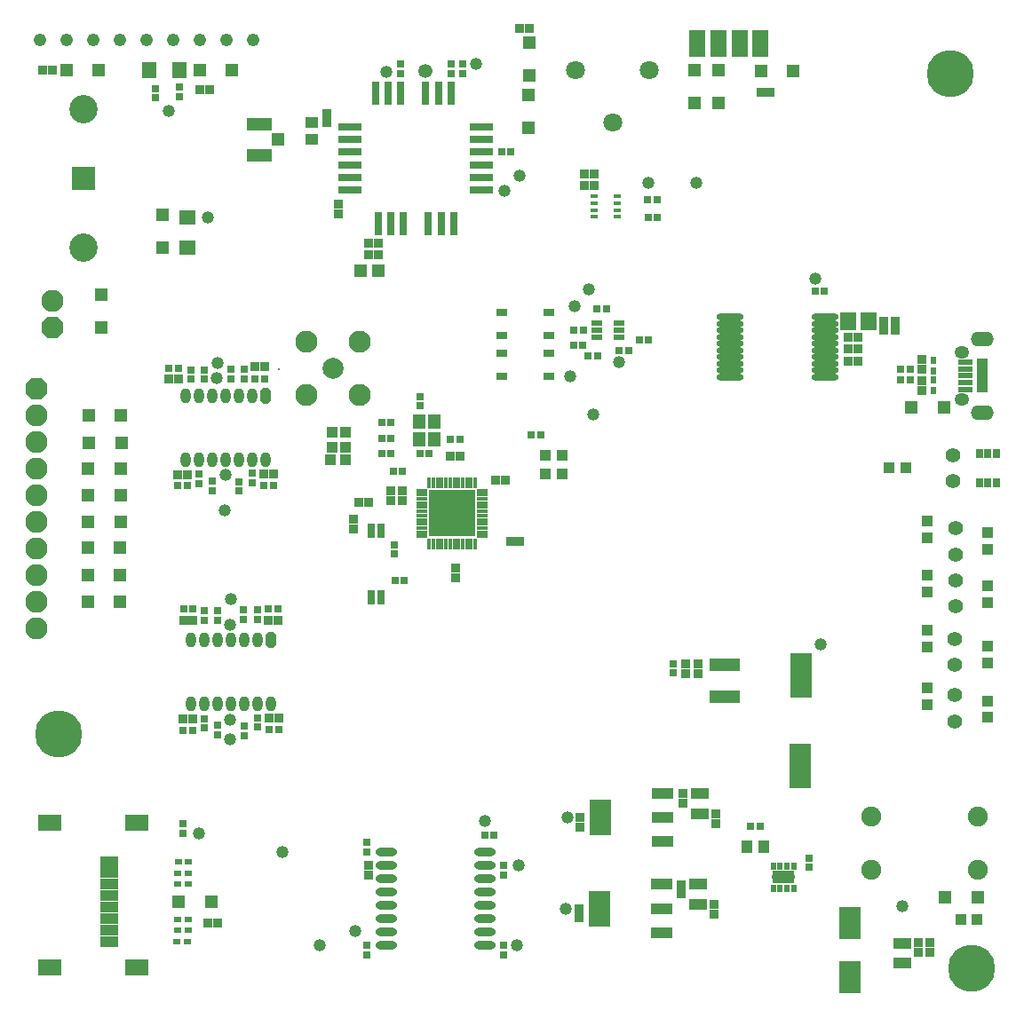
<source format=gts>
G04*
G04 #@! TF.GenerationSoftware,Altium Limited,Altium Designer,19.1.5 (86)*
G04*
G04 Layer_Color=8388736*
%FSLAX25Y25*%
%MOIN*%
G70*
G01*
G75*
%ADD19R,0.03937X0.03937*%
%ADD62R,0.03937X0.04331*%
%ADD65R,0.04331X0.03937*%
%ADD69C,0.04687*%
%ADD70C,0.05287*%
%ADD71R,0.03307X0.03307*%
%ADD72R,0.04724X0.04724*%
%ADD73R,0.04724X0.03937*%
%ADD74R,0.03937X0.03937*%
%ADD75R,0.06693X0.04331*%
%ADD76R,0.02756X0.03150*%
%ADD77R,0.03307X0.03307*%
%ADD78R,0.02953X0.02953*%
%ADD79O,0.08071X0.03150*%
%ADD80R,0.08268X0.13386*%
%ADD81R,0.08268X0.04331*%
%ADD82R,0.03937X0.02362*%
%ADD83O,0.10039X0.02559*%
%ADD84R,0.02762X0.01778*%
%ADD85R,0.08661X0.03150*%
%ADD86R,0.03150X0.08661*%
%ADD87R,0.05118X0.05512*%
%ADD88R,0.08268X0.05118*%
%ADD89R,0.02362X0.02756*%
%ADD90R,0.02565X0.03550*%
%ADD91R,0.05518X0.05912*%
G04:AMPARAMS|DCode=92|XSize=57.09mil|YSize=37.4mil|CornerRadius=0mil|HoleSize=0mil|Usage=FLASHONLY|Rotation=270.000|XOffset=0mil|YOffset=0mil|HoleType=Round|Shape=Octagon|*
%AMOCTAGOND92*
4,1,8,-0.00935,-0.02854,0.00935,-0.02854,0.01870,-0.01919,0.01870,0.01919,0.00935,0.02854,-0.00935,0.02854,-0.01870,0.01919,-0.01870,-0.01919,-0.00935,-0.02854,0.0*
%
%ADD92OCTAGOND92*%

%ADD93O,0.03740X0.05709*%
%ADD94O,0.04134X0.01575*%
%ADD95O,0.01575X0.04134*%
%ADD96R,0.17717X0.17717*%
%ADD97R,0.02953X0.02953*%
%ADD98R,0.02756X0.01968*%
%ADD99R,0.01968X0.02756*%
%ADD100R,0.05912X0.05518*%
%ADD101R,0.05847X0.06575*%
%ADD102R,0.06693X0.03937*%
%ADD103R,0.08661X0.06496*%
%ADD104R,0.06306X0.10243*%
%ADD105R,0.04921X0.04724*%
%ADD106R,0.09449X0.04921*%
%ADD107R,0.08274X0.16542*%
%ADD108R,0.11417X0.05118*%
%ADD109R,0.03150X0.02756*%
%ADD110R,0.08274X0.12211*%
%ADD111R,0.04331X0.04528*%
%ADD112R,0.04724X0.05118*%
%ADD113R,0.08622X0.08622*%
%ADD114R,0.04337X0.03156*%
%ADD115R,0.05118X0.04724*%
%ADD116R,0.03150X0.05512*%
%ADD117R,0.05512X0.02362*%
%ADD118R,0.04331X0.12598*%
%ADD119C,0.17717*%
%ADD120P,0.08970X8X112.5*%
%ADD121C,0.08287*%
%ADD122C,0.02756*%
%ADD123C,0.07087*%
%ADD124C,0.07480*%
%ADD125C,0.04803*%
%ADD126C,0.10630*%
%ADD127C,0.08274*%
%ADD128C,0.07880*%
%ADD129O,0.08661X0.05512*%
%ADD130O,0.05512X0.04921*%
%ADD131C,0.00787*%
%ADD132C,0.05472*%
D19*
X211516Y206890D02*
D03*
X205217D02*
D03*
X211417Y199902D02*
D03*
X205118D02*
D03*
X340450Y202300D02*
D03*
X334150D02*
D03*
X367265Y32735D02*
D03*
X360966D02*
D03*
D62*
X124544Y205300D02*
D03*
X130056D02*
D03*
D65*
X125200Y215656D02*
D03*
Y210144D02*
D03*
X130200Y215656D02*
D03*
Y210144D02*
D03*
D69*
X195500Y312000D02*
D03*
X189800Y306500D02*
D03*
X145500Y351100D02*
D03*
X212900Y36600D02*
D03*
X308299Y136122D02*
D03*
X213500Y71000D02*
D03*
X214317Y236811D02*
D03*
X232900Y241900D02*
D03*
X221400Y269400D02*
D03*
X306300Y273400D02*
D03*
X223228Y222342D02*
D03*
X261800Y309300D02*
D03*
X243700D02*
D03*
X63800Y336400D02*
D03*
X179100Y354100D02*
D03*
X78600Y296400D02*
D03*
X86716Y143235D02*
D03*
X87000Y153000D02*
D03*
X86816Y107635D02*
D03*
X84900Y186200D02*
D03*
X82000Y241700D02*
D03*
X81700Y235900D02*
D03*
X85100Y199800D02*
D03*
X133900Y28400D02*
D03*
X195000Y53000D02*
D03*
X120300Y22900D02*
D03*
X182400Y69700D02*
D03*
X75200Y65100D02*
D03*
X194400Y23100D02*
D03*
X106600Y58000D02*
D03*
X338976Y37697D02*
D03*
X86700Y100200D02*
D03*
X216000Y263100D02*
D03*
D70*
X160200Y351500D02*
D03*
D71*
X123000Y331889D02*
D03*
Y335511D02*
D03*
X336442Y253894D02*
D03*
Y257516D02*
D03*
X127400Y297578D02*
D03*
Y301200D02*
D03*
X269116Y68824D02*
D03*
Y72447D02*
D03*
X256716Y76513D02*
D03*
Y80135D02*
D03*
X262600Y125189D02*
D03*
Y128811D02*
D03*
X257939Y125189D02*
D03*
Y128811D02*
D03*
X218200Y67389D02*
D03*
Y71011D02*
D03*
X346500Y231478D02*
D03*
Y235100D02*
D03*
X346400Y242922D02*
D03*
Y239300D02*
D03*
X171600Y161189D02*
D03*
Y164811D02*
D03*
X268616Y34824D02*
D03*
Y38447D02*
D03*
X256016Y42213D02*
D03*
Y45835D02*
D03*
X349472Y20260D02*
D03*
Y23882D02*
D03*
X345127Y20261D02*
D03*
Y23884D02*
D03*
X217816Y33213D02*
D03*
Y36835D02*
D03*
X133069Y179289D02*
D03*
Y182911D02*
D03*
X151317Y193805D02*
D03*
Y190183D02*
D03*
X147000Y193811D02*
D03*
Y190189D02*
D03*
X138700Y49389D02*
D03*
Y53011D02*
D03*
X332161Y253894D02*
D03*
Y257516D02*
D03*
D72*
X142347Y276400D02*
D03*
X135653D02*
D03*
D73*
X117300Y325650D02*
D03*
Y331950D02*
D03*
D74*
X371260Y177953D02*
D03*
Y171653D02*
D03*
Y114862D02*
D03*
Y108563D02*
D03*
Y157972D02*
D03*
Y151673D02*
D03*
Y135335D02*
D03*
Y129035D02*
D03*
X348425Y119685D02*
D03*
Y113386D02*
D03*
Y155807D02*
D03*
Y162106D02*
D03*
Y135039D02*
D03*
Y141339D02*
D03*
Y182382D02*
D03*
Y176083D02*
D03*
D75*
X262416Y45976D02*
D03*
Y38495D02*
D03*
X263016Y79976D02*
D03*
Y72495D02*
D03*
X339016Y16295D02*
D03*
Y23776D02*
D03*
D76*
X243607Y302900D02*
D03*
X246993D02*
D03*
X243707Y296410D02*
D03*
X247093D02*
D03*
X143807Y219200D02*
D03*
X147193D02*
D03*
X148707Y160100D02*
D03*
X152093D02*
D03*
X172993Y212900D02*
D03*
X169607D02*
D03*
X143800Y207700D02*
D03*
X147186D02*
D03*
X143807Y213400D02*
D03*
X147193D02*
D03*
X151393Y201100D02*
D03*
X148007D02*
D03*
D77*
X138789Y282300D02*
D03*
X142411D02*
D03*
X322311Y242500D02*
D03*
X318689D02*
D03*
X289611Y343400D02*
D03*
X285989D02*
D03*
X219778Y308500D02*
D03*
X223400D02*
D03*
X138789Y286600D02*
D03*
X142411D02*
D03*
X101189Y145100D02*
D03*
X104811D02*
D03*
X72955Y145141D02*
D03*
X69333D02*
D03*
X72840Y107917D02*
D03*
X69218D02*
D03*
X99439Y200108D02*
D03*
X103061D02*
D03*
X96189Y240200D02*
D03*
X99811D02*
D03*
X67379Y235555D02*
D03*
X63757D02*
D03*
X70816Y199824D02*
D03*
X67194D02*
D03*
X138711Y189500D02*
D03*
X135089D02*
D03*
X173211Y206800D02*
D03*
X169589D02*
D03*
X195622Y174700D02*
D03*
X192000D02*
D03*
X190022Y197600D02*
D03*
X186400D02*
D03*
X82211Y31400D02*
D03*
X78589D02*
D03*
X101433Y108460D02*
D03*
X105055D02*
D03*
X322311Y247000D02*
D03*
X318689D02*
D03*
X219869Y312826D02*
D03*
X223491D02*
D03*
X79038Y344435D02*
D03*
X75416D02*
D03*
X16589Y351800D02*
D03*
X20211D02*
D03*
X318689Y251500D02*
D03*
X322311D02*
D03*
X199111Y367200D02*
D03*
X195489D02*
D03*
D78*
X67900Y341700D02*
D03*
Y345243D02*
D03*
X58900Y341228D02*
D03*
Y344772D02*
D03*
X174200Y350528D02*
D03*
Y354072D02*
D03*
X253100Y128772D02*
D03*
Y125228D02*
D03*
X150800Y354072D02*
D03*
Y350528D02*
D03*
X169700Y350528D02*
D03*
Y354072D02*
D03*
X80139Y197379D02*
D03*
Y193836D02*
D03*
X189400Y49457D02*
D03*
Y53000D02*
D03*
X138200Y19457D02*
D03*
Y23000D02*
D03*
X69000Y68672D02*
D03*
Y65128D02*
D03*
X189300Y19528D02*
D03*
Y23072D02*
D03*
X138100Y61643D02*
D03*
Y58100D02*
D03*
X304000Y52257D02*
D03*
Y55800D02*
D03*
X91921Y145361D02*
D03*
Y148904D02*
D03*
X77000Y145028D02*
D03*
Y148572D02*
D03*
X82016Y145064D02*
D03*
Y148607D02*
D03*
X77063Y108134D02*
D03*
Y104590D02*
D03*
X82116Y105535D02*
D03*
Y101992D02*
D03*
X95139Y200279D02*
D03*
Y196736D02*
D03*
X90139Y197179D02*
D03*
Y193636D02*
D03*
X92100Y235728D02*
D03*
Y239272D02*
D03*
X87139Y235685D02*
D03*
Y239229D02*
D03*
X72039Y235536D02*
D03*
Y239079D02*
D03*
X77139Y235536D02*
D03*
Y239079D02*
D03*
X75139Y199979D02*
D03*
Y196436D02*
D03*
X97116Y108507D02*
D03*
Y104964D02*
D03*
X92116Y105235D02*
D03*
Y101692D02*
D03*
X97000Y145328D02*
D03*
Y148872D02*
D03*
D79*
X182382Y23051D02*
D03*
Y28051D02*
D03*
Y33051D02*
D03*
Y38051D02*
D03*
Y43051D02*
D03*
Y48051D02*
D03*
Y53051D02*
D03*
Y58051D02*
D03*
X145571Y23051D02*
D03*
Y28051D02*
D03*
Y33051D02*
D03*
Y38051D02*
D03*
Y43051D02*
D03*
Y48051D02*
D03*
Y53051D02*
D03*
Y58051D02*
D03*
D80*
X225303Y36835D02*
D03*
X225803Y71035D02*
D03*
D81*
X248728Y45891D02*
D03*
Y36835D02*
D03*
Y27780D02*
D03*
X249228Y61980D02*
D03*
Y71035D02*
D03*
Y80090D02*
D03*
D82*
X224437Y256594D02*
D03*
Y254035D02*
D03*
Y251476D02*
D03*
X232902D02*
D03*
Y254035D02*
D03*
Y256594D02*
D03*
D83*
X309984Y236485D02*
D03*
Y238985D02*
D03*
Y241485D02*
D03*
Y243985D02*
D03*
Y246485D02*
D03*
Y248985D02*
D03*
Y251485D02*
D03*
Y253985D02*
D03*
Y256485D02*
D03*
Y258985D02*
D03*
X274354Y236485D02*
D03*
Y238985D02*
D03*
Y241485D02*
D03*
Y243985D02*
D03*
Y246485D02*
D03*
Y248985D02*
D03*
Y251485D02*
D03*
Y253985D02*
D03*
Y256485D02*
D03*
Y258985D02*
D03*
D84*
X232007Y296618D02*
D03*
Y299177D02*
D03*
Y301736D02*
D03*
Y304295D02*
D03*
X223542Y296618D02*
D03*
Y299177D02*
D03*
Y301736D02*
D03*
Y304295D02*
D03*
D85*
X131909Y330346D02*
D03*
Y325622D02*
D03*
Y320898D02*
D03*
Y316173D02*
D03*
Y311449D02*
D03*
Y306724D02*
D03*
X181122D02*
D03*
Y311449D02*
D03*
Y316173D02*
D03*
Y320898D02*
D03*
Y325622D02*
D03*
Y330346D02*
D03*
D86*
X170689Y293929D02*
D03*
X165965D02*
D03*
X161240D02*
D03*
X151791D02*
D03*
X147067D02*
D03*
X142342D02*
D03*
X141358Y343142D02*
D03*
X146083D02*
D03*
X150807D02*
D03*
X160256D02*
D03*
X164980D02*
D03*
X169705D02*
D03*
D87*
X157933Y212943D02*
D03*
X163445D02*
D03*
X157933Y219636D02*
D03*
X163445D02*
D03*
D88*
X294563Y48535D02*
D03*
D89*
X290724Y44402D02*
D03*
X293284D02*
D03*
X295843D02*
D03*
X298402D02*
D03*
X290724Y52669D02*
D03*
X293284D02*
D03*
X295843D02*
D03*
X298402D02*
D03*
D90*
X374378Y207854D02*
D03*
X371228D02*
D03*
X374378Y196831D02*
D03*
X371228D02*
D03*
X368079D02*
D03*
Y207854D02*
D03*
D91*
X67909Y351700D02*
D03*
X56491D02*
D03*
D92*
X102016Y137532D02*
D03*
X100139Y229408D02*
D03*
D93*
X87016Y113532D02*
D03*
X92016D02*
D03*
X97016D02*
D03*
X102016D02*
D03*
X87016Y137532D02*
D03*
X92016D02*
D03*
X97016D02*
D03*
X72016D02*
D03*
X77016D02*
D03*
X82016D02*
D03*
X72016Y113532D02*
D03*
X77016D02*
D03*
X82016D02*
D03*
X85139Y205408D02*
D03*
X90139D02*
D03*
X95139D02*
D03*
X100139D02*
D03*
X85139Y229408D02*
D03*
X90139D02*
D03*
X95139D02*
D03*
X70139D02*
D03*
X75139D02*
D03*
X80139D02*
D03*
X70139Y205408D02*
D03*
X75139D02*
D03*
X80139D02*
D03*
D94*
X158764Y193862D02*
D03*
Y192287D02*
D03*
Y190713D02*
D03*
Y189138D02*
D03*
Y187563D02*
D03*
Y185988D02*
D03*
Y184413D02*
D03*
Y182839D02*
D03*
Y181264D02*
D03*
Y179689D02*
D03*
Y178114D02*
D03*
Y176539D02*
D03*
X181598D02*
D03*
Y178114D02*
D03*
Y179689D02*
D03*
Y181264D02*
D03*
Y182839D02*
D03*
Y184413D02*
D03*
Y185988D02*
D03*
Y187563D02*
D03*
Y189138D02*
D03*
Y190713D02*
D03*
Y192287D02*
D03*
Y193862D02*
D03*
D95*
X161520Y173784D02*
D03*
X163094D02*
D03*
X164669D02*
D03*
X166244D02*
D03*
X167819D02*
D03*
X169394D02*
D03*
X170968D02*
D03*
X172543D02*
D03*
X174118D02*
D03*
X175693D02*
D03*
X177268D02*
D03*
X178842D02*
D03*
Y196618D02*
D03*
X177268D02*
D03*
X175693D02*
D03*
X174118D02*
D03*
X172543D02*
D03*
X170968D02*
D03*
X169394D02*
D03*
X167819D02*
D03*
X166244D02*
D03*
X164669D02*
D03*
X163094D02*
D03*
X161520D02*
D03*
D96*
X170181Y185201D02*
D03*
D97*
X285738Y67535D02*
D03*
X282195D02*
D03*
X219372Y253900D02*
D03*
X215828D02*
D03*
X224500Y262000D02*
D03*
X228043D02*
D03*
X341972Y235200D02*
D03*
X338428D02*
D03*
X341972Y239200D02*
D03*
X338428D02*
D03*
X221257Y244500D02*
D03*
X224800D02*
D03*
X215728Y248300D02*
D03*
X219272D02*
D03*
X306400Y268700D02*
D03*
X309943D02*
D03*
X232928Y246500D02*
D03*
X236472D02*
D03*
X240328Y250500D02*
D03*
X243872D02*
D03*
X188728Y320900D02*
D03*
X192272D02*
D03*
X103022Y195715D02*
D03*
X99479D02*
D03*
X99772Y235800D02*
D03*
X96228D02*
D03*
X63796Y239608D02*
D03*
X67339D02*
D03*
X67268Y195707D02*
D03*
X70811D02*
D03*
X203372Y214600D02*
D03*
X199828D02*
D03*
X158028Y207600D02*
D03*
X161572D02*
D03*
X185943Y64400D02*
D03*
X182400D02*
D03*
X105087Y104135D02*
D03*
X101544D02*
D03*
X104772Y149200D02*
D03*
X101228D02*
D03*
X69344Y149235D02*
D03*
X72887D02*
D03*
X69257Y103542D02*
D03*
X72801D02*
D03*
D98*
X71169Y45900D02*
D03*
X67232D02*
D03*
X71169Y50100D02*
D03*
X67232D02*
D03*
X71237Y54500D02*
D03*
X67300D02*
D03*
X70868Y24200D02*
D03*
X66931D02*
D03*
X70969Y28600D02*
D03*
X67032D02*
D03*
X70969Y32700D02*
D03*
X67032D02*
D03*
D99*
X350800Y235400D02*
D03*
Y231463D02*
D03*
Y238800D02*
D03*
Y242737D02*
D03*
D100*
X70716Y296444D02*
D03*
Y285027D02*
D03*
D101*
X326358Y257400D02*
D03*
X318700D02*
D03*
D102*
X41616Y41535D02*
D03*
Y45866D02*
D03*
Y37205D02*
D03*
Y32874D02*
D03*
Y50197D02*
D03*
Y54528D02*
D03*
Y28543D02*
D03*
Y24213D02*
D03*
D103*
X19175Y68976D02*
D03*
Y14842D02*
D03*
X51852Y68976D02*
D03*
Y14842D02*
D03*
D104*
X285890Y361535D02*
D03*
X278016D02*
D03*
X270142D02*
D03*
X262268D02*
D03*
D105*
X104704Y325600D02*
D03*
D106*
X97716Y319793D02*
D03*
Y331407D02*
D03*
D107*
X301098Y124457D02*
D03*
X300902Y90205D02*
D03*
D108*
X272500Y128433D02*
D03*
Y116228D02*
D03*
D109*
X158000Y228993D02*
D03*
Y225607D02*
D03*
X148500Y173493D02*
D03*
Y170107D02*
D03*
D110*
X319516Y31378D02*
D03*
Y10905D02*
D03*
D111*
X280866Y60035D02*
D03*
X287165D02*
D03*
D112*
X33298Y162000D02*
D03*
X45502D02*
D03*
X33598Y192000D02*
D03*
X45802D02*
D03*
X33298Y152000D02*
D03*
X45502D02*
D03*
X67598Y39200D02*
D03*
X79802D02*
D03*
X367323Y41058D02*
D03*
X355118D02*
D03*
X25398Y351700D02*
D03*
X37602D02*
D03*
X75416Y351535D02*
D03*
X87621D02*
D03*
X285998Y351200D02*
D03*
X298202D02*
D03*
X354700Y224900D02*
D03*
X342495D02*
D03*
X33698Y222100D02*
D03*
X45902D02*
D03*
X33498Y181900D02*
D03*
X45702D02*
D03*
X33798Y211800D02*
D03*
X46002D02*
D03*
X33398Y172300D02*
D03*
X45602D02*
D03*
X33598Y201900D02*
D03*
X45802D02*
D03*
D113*
X31791Y311063D02*
D03*
D114*
X206462Y236803D02*
D03*
X188746D02*
D03*
X206462Y245268D02*
D03*
X188746D02*
D03*
X206458Y252168D02*
D03*
X188742D02*
D03*
X206458Y260632D02*
D03*
X188742D02*
D03*
D115*
X38516Y255133D02*
D03*
Y267338D02*
D03*
X198800Y342202D02*
D03*
Y329998D02*
D03*
X199100Y362002D02*
D03*
Y349798D02*
D03*
X261000Y351702D02*
D03*
Y339498D02*
D03*
X270200Y351700D02*
D03*
Y339495D02*
D03*
X61516Y285033D02*
D03*
Y297238D02*
D03*
D116*
X139760Y178600D02*
D03*
X143500D02*
D03*
X139957Y153797D02*
D03*
X143500D02*
D03*
D117*
X362898Y242018D02*
D03*
Y239459D02*
D03*
Y236900D02*
D03*
Y234341D02*
D03*
Y231782D02*
D03*
D118*
X369000Y236900D02*
D03*
D119*
X357200Y350300D02*
D03*
X365100Y14500D02*
D03*
X22400Y102200D02*
D03*
D120*
X20079Y255059D02*
D03*
X14100Y232000D02*
D03*
D121*
X20079Y265059D02*
D03*
X14100Y152000D02*
D03*
Y162000D02*
D03*
Y172000D02*
D03*
Y192000D02*
D03*
Y212000D02*
D03*
Y222000D02*
D03*
Y202000D02*
D03*
Y182000D02*
D03*
Y142000D02*
D03*
D122*
X294563Y48535D02*
D03*
X291610D02*
D03*
X297516D02*
D03*
D123*
X244079Y351600D02*
D03*
X216521D02*
D03*
X230300Y331915D02*
D03*
D124*
X327441Y51417D02*
D03*
Y71417D02*
D03*
X367441D02*
D03*
Y51417D02*
D03*
D125*
X55413Y362992D02*
D03*
X45413D02*
D03*
X35413D02*
D03*
X65413D02*
D03*
X75413D02*
D03*
X85413D02*
D03*
X25413D02*
D03*
X95413D02*
D03*
X15413D02*
D03*
D126*
X31791Y337067D02*
D03*
Y285059D02*
D03*
D127*
X115600Y229600D02*
D03*
Y249600D02*
D03*
X135600Y229600D02*
D03*
Y249600D02*
D03*
D128*
X125600Y239600D02*
D03*
D129*
X369000Y250679D02*
D03*
Y223120D02*
D03*
D130*
X361323Y228140D02*
D03*
Y245660D02*
D03*
D131*
X105100Y239300D02*
D03*
D132*
X358957Y107087D02*
D03*
Y116929D02*
D03*
Y138189D02*
D03*
Y128347D02*
D03*
X359154Y160138D02*
D03*
Y150295D02*
D03*
Y169783D02*
D03*
Y179626D02*
D03*
X358228Y207185D02*
D03*
Y197343D02*
D03*
M02*

</source>
